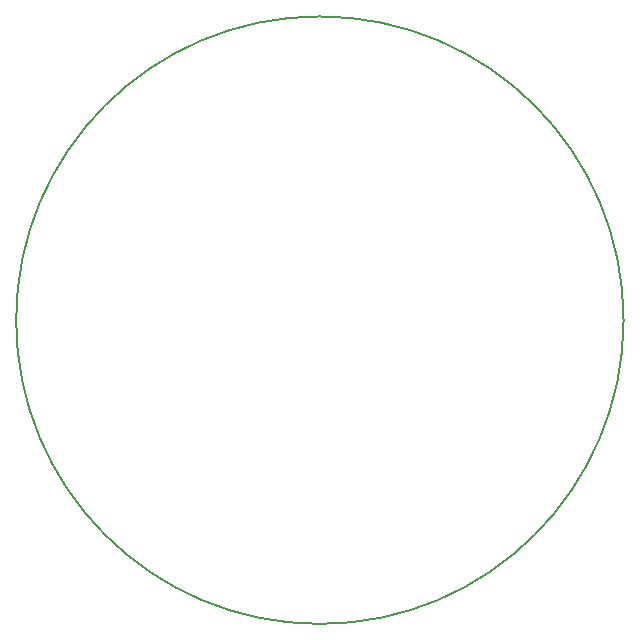
<source format=gm1>
G04 #@! TF.GenerationSoftware,KiCad,Pcbnew,(5.1.0)-1*
G04 #@! TF.CreationDate,2019-04-02T16:52:53+02:00*
G04 #@! TF.ProjectId,FrogINT_PCBProto_V1811062154,46726f67-494e-4545-9f50-434250726f74,rev?*
G04 #@! TF.SameCoordinates,Original*
G04 #@! TF.FileFunction,Profile,NP*
%FSLAX46Y46*%
G04 Gerber Fmt 4.6, Leading zero omitted, Abs format (unit mm)*
G04 Created by KiCad (PCBNEW (5.1.0)-1) date 2019-04-02 16:52:53*
%MOMM*%
%LPD*%
G04 APERTURE LIST*
%ADD10C,0.150000*%
G04 APERTURE END LIST*
D10*
X174215540Y-105000000D02*
G75*
G03X174215540Y-105000000I-25715540J0D01*
G01*
M02*

</source>
